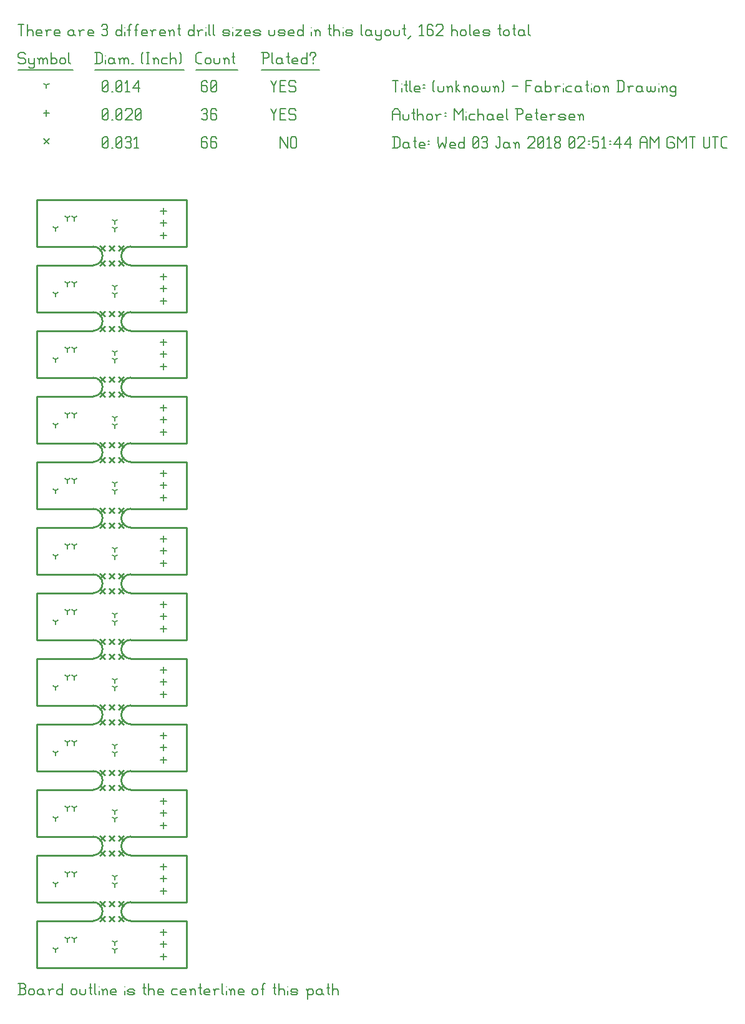
<source format=gbr>
G04 start of page 13 for group -3984 idx -3984 *
G04 Title: (unknown), fab *
G04 Creator: pcb 20140316 *
G04 CreationDate: Wed 03 Jan 2018 02:51:44 AM GMT UTC *
G04 For: railfan *
G04 Format: Gerber/RS-274X *
G04 PCB-Dimensions (mil): 1000.00 4200.00 *
G04 PCB-Coordinate-Origin: lower left *
%MOIN*%
%FSLAX25Y25*%
%LNFAB*%
%ADD48C,0.0100*%
%ADD47C,0.0075*%
%ADD46C,0.0060*%
%ADD45C,0.0001*%
G54D45*G36*
X48800Y390766D02*X51766Y387800D01*
X51200Y387234D01*
X48234Y390200D01*
X48800Y390766D01*
G37*
G36*
X48234Y387800D02*X51200Y390766D01*
X51766Y390200D01*
X48800Y387234D01*
X48234Y387800D01*
G37*
G36*
X43800Y390766D02*X46766Y387800D01*
X46200Y387234D01*
X43234Y390200D01*
X43800Y390766D01*
G37*
G36*
X43234Y387800D02*X46200Y390766D01*
X46766Y390200D01*
X43800Y387234D01*
X43234Y387800D01*
G37*
G36*
X53800Y390766D02*X56766Y387800D01*
X56200Y387234D01*
X53234Y390200D01*
X53800Y390766D01*
G37*
G36*
X53234Y387800D02*X56200Y390766D01*
X56766Y390200D01*
X53800Y387234D01*
X53234Y387800D01*
G37*
G36*
X48800Y382766D02*X51766Y379800D01*
X51200Y379234D01*
X48234Y382200D01*
X48800Y382766D01*
G37*
G36*
X48234Y379800D02*X51200Y382766D01*
X51766Y382200D01*
X48800Y379234D01*
X48234Y379800D01*
G37*
G36*
X43800Y382766D02*X46766Y379800D01*
X46200Y379234D01*
X43234Y382200D01*
X43800Y382766D01*
G37*
G36*
X43234Y379800D02*X46200Y382766D01*
X46766Y382200D01*
X43800Y379234D01*
X43234Y379800D01*
G37*
G36*
X53800Y382766D02*X56766Y379800D01*
X56200Y379234D01*
X53234Y382200D01*
X53800Y382766D01*
G37*
G36*
X53234Y379800D02*X56200Y382766D01*
X56766Y382200D01*
X53800Y379234D01*
X53234Y379800D01*
G37*
G36*
X48800Y355766D02*X51766Y352800D01*
X51200Y352234D01*
X48234Y355200D01*
X48800Y355766D01*
G37*
G36*
X48234Y352800D02*X51200Y355766D01*
X51766Y355200D01*
X48800Y352234D01*
X48234Y352800D01*
G37*
G36*
X43800Y355766D02*X46766Y352800D01*
X46200Y352234D01*
X43234Y355200D01*
X43800Y355766D01*
G37*
G36*
X43234Y352800D02*X46200Y355766D01*
X46766Y355200D01*
X43800Y352234D01*
X43234Y352800D01*
G37*
G36*
X53800Y355766D02*X56766Y352800D01*
X56200Y352234D01*
X53234Y355200D01*
X53800Y355766D01*
G37*
G36*
X53234Y352800D02*X56200Y355766D01*
X56766Y355200D01*
X53800Y352234D01*
X53234Y352800D01*
G37*
G36*
X48800Y347766D02*X51766Y344800D01*
X51200Y344234D01*
X48234Y347200D01*
X48800Y347766D01*
G37*
G36*
X48234Y344800D02*X51200Y347766D01*
X51766Y347200D01*
X48800Y344234D01*
X48234Y344800D01*
G37*
G36*
X43800Y347766D02*X46766Y344800D01*
X46200Y344234D01*
X43234Y347200D01*
X43800Y347766D01*
G37*
G36*
X43234Y344800D02*X46200Y347766D01*
X46766Y347200D01*
X43800Y344234D01*
X43234Y344800D01*
G37*
G36*
X53800Y347766D02*X56766Y344800D01*
X56200Y344234D01*
X53234Y347200D01*
X53800Y347766D01*
G37*
G36*
X53234Y344800D02*X56200Y347766D01*
X56766Y347200D01*
X53800Y344234D01*
X53234Y344800D01*
G37*
G36*
X48800Y320766D02*X51766Y317800D01*
X51200Y317234D01*
X48234Y320200D01*
X48800Y320766D01*
G37*
G36*
X48234Y317800D02*X51200Y320766D01*
X51766Y320200D01*
X48800Y317234D01*
X48234Y317800D01*
G37*
G36*
X43800Y320766D02*X46766Y317800D01*
X46200Y317234D01*
X43234Y320200D01*
X43800Y320766D01*
G37*
G36*
X43234Y317800D02*X46200Y320766D01*
X46766Y320200D01*
X43800Y317234D01*
X43234Y317800D01*
G37*
G36*
X53800Y320766D02*X56766Y317800D01*
X56200Y317234D01*
X53234Y320200D01*
X53800Y320766D01*
G37*
G36*
X53234Y317800D02*X56200Y320766D01*
X56766Y320200D01*
X53800Y317234D01*
X53234Y317800D01*
G37*
G36*
X48800Y312766D02*X51766Y309800D01*
X51200Y309234D01*
X48234Y312200D01*
X48800Y312766D01*
G37*
G36*
X48234Y309800D02*X51200Y312766D01*
X51766Y312200D01*
X48800Y309234D01*
X48234Y309800D01*
G37*
G36*
X43800Y312766D02*X46766Y309800D01*
X46200Y309234D01*
X43234Y312200D01*
X43800Y312766D01*
G37*
G36*
X43234Y309800D02*X46200Y312766D01*
X46766Y312200D01*
X43800Y309234D01*
X43234Y309800D01*
G37*
G36*
X53800Y312766D02*X56766Y309800D01*
X56200Y309234D01*
X53234Y312200D01*
X53800Y312766D01*
G37*
G36*
X53234Y309800D02*X56200Y312766D01*
X56766Y312200D01*
X53800Y309234D01*
X53234Y309800D01*
G37*
G36*
X48800Y285766D02*X51766Y282800D01*
X51200Y282234D01*
X48234Y285200D01*
X48800Y285766D01*
G37*
G36*
X48234Y282800D02*X51200Y285766D01*
X51766Y285200D01*
X48800Y282234D01*
X48234Y282800D01*
G37*
G36*
X43800Y285766D02*X46766Y282800D01*
X46200Y282234D01*
X43234Y285200D01*
X43800Y285766D01*
G37*
G36*
X43234Y282800D02*X46200Y285766D01*
X46766Y285200D01*
X43800Y282234D01*
X43234Y282800D01*
G37*
G36*
X53800Y285766D02*X56766Y282800D01*
X56200Y282234D01*
X53234Y285200D01*
X53800Y285766D01*
G37*
G36*
X53234Y282800D02*X56200Y285766D01*
X56766Y285200D01*
X53800Y282234D01*
X53234Y282800D01*
G37*
G36*
X48800Y277766D02*X51766Y274800D01*
X51200Y274234D01*
X48234Y277200D01*
X48800Y277766D01*
G37*
G36*
X48234Y274800D02*X51200Y277766D01*
X51766Y277200D01*
X48800Y274234D01*
X48234Y274800D01*
G37*
G36*
X43800Y277766D02*X46766Y274800D01*
X46200Y274234D01*
X43234Y277200D01*
X43800Y277766D01*
G37*
G36*
X43234Y274800D02*X46200Y277766D01*
X46766Y277200D01*
X43800Y274234D01*
X43234Y274800D01*
G37*
G36*
X53800Y277766D02*X56766Y274800D01*
X56200Y274234D01*
X53234Y277200D01*
X53800Y277766D01*
G37*
G36*
X53234Y274800D02*X56200Y277766D01*
X56766Y277200D01*
X53800Y274234D01*
X53234Y274800D01*
G37*
G36*
X48800Y250766D02*X51766Y247800D01*
X51200Y247234D01*
X48234Y250200D01*
X48800Y250766D01*
G37*
G36*
X48234Y247800D02*X51200Y250766D01*
X51766Y250200D01*
X48800Y247234D01*
X48234Y247800D01*
G37*
G36*
X43800Y250766D02*X46766Y247800D01*
X46200Y247234D01*
X43234Y250200D01*
X43800Y250766D01*
G37*
G36*
X43234Y247800D02*X46200Y250766D01*
X46766Y250200D01*
X43800Y247234D01*
X43234Y247800D01*
G37*
G36*
X53800Y250766D02*X56766Y247800D01*
X56200Y247234D01*
X53234Y250200D01*
X53800Y250766D01*
G37*
G36*
X53234Y247800D02*X56200Y250766D01*
X56766Y250200D01*
X53800Y247234D01*
X53234Y247800D01*
G37*
G36*
X48800Y242766D02*X51766Y239800D01*
X51200Y239234D01*
X48234Y242200D01*
X48800Y242766D01*
G37*
G36*
X48234Y239800D02*X51200Y242766D01*
X51766Y242200D01*
X48800Y239234D01*
X48234Y239800D01*
G37*
G36*
X43800Y242766D02*X46766Y239800D01*
X46200Y239234D01*
X43234Y242200D01*
X43800Y242766D01*
G37*
G36*
X43234Y239800D02*X46200Y242766D01*
X46766Y242200D01*
X43800Y239234D01*
X43234Y239800D01*
G37*
G36*
X53800Y242766D02*X56766Y239800D01*
X56200Y239234D01*
X53234Y242200D01*
X53800Y242766D01*
G37*
G36*
X53234Y239800D02*X56200Y242766D01*
X56766Y242200D01*
X53800Y239234D01*
X53234Y239800D01*
G37*
G36*
X48800Y215766D02*X51766Y212800D01*
X51200Y212234D01*
X48234Y215200D01*
X48800Y215766D01*
G37*
G36*
X48234Y212800D02*X51200Y215766D01*
X51766Y215200D01*
X48800Y212234D01*
X48234Y212800D01*
G37*
G36*
X43800Y215766D02*X46766Y212800D01*
X46200Y212234D01*
X43234Y215200D01*
X43800Y215766D01*
G37*
G36*
X43234Y212800D02*X46200Y215766D01*
X46766Y215200D01*
X43800Y212234D01*
X43234Y212800D01*
G37*
G36*
X53800Y215766D02*X56766Y212800D01*
X56200Y212234D01*
X53234Y215200D01*
X53800Y215766D01*
G37*
G36*
X53234Y212800D02*X56200Y215766D01*
X56766Y215200D01*
X53800Y212234D01*
X53234Y212800D01*
G37*
G36*
X48800Y207766D02*X51766Y204800D01*
X51200Y204234D01*
X48234Y207200D01*
X48800Y207766D01*
G37*
G36*
X48234Y204800D02*X51200Y207766D01*
X51766Y207200D01*
X48800Y204234D01*
X48234Y204800D01*
G37*
G36*
X43800Y207766D02*X46766Y204800D01*
X46200Y204234D01*
X43234Y207200D01*
X43800Y207766D01*
G37*
G36*
X43234Y204800D02*X46200Y207766D01*
X46766Y207200D01*
X43800Y204234D01*
X43234Y204800D01*
G37*
G36*
X53800Y207766D02*X56766Y204800D01*
X56200Y204234D01*
X53234Y207200D01*
X53800Y207766D01*
G37*
G36*
X53234Y204800D02*X56200Y207766D01*
X56766Y207200D01*
X53800Y204234D01*
X53234Y204800D01*
G37*
G36*
X48800Y180766D02*X51766Y177800D01*
X51200Y177234D01*
X48234Y180200D01*
X48800Y180766D01*
G37*
G36*
X48234Y177800D02*X51200Y180766D01*
X51766Y180200D01*
X48800Y177234D01*
X48234Y177800D01*
G37*
G36*
X43800Y180766D02*X46766Y177800D01*
X46200Y177234D01*
X43234Y180200D01*
X43800Y180766D01*
G37*
G36*
X43234Y177800D02*X46200Y180766D01*
X46766Y180200D01*
X43800Y177234D01*
X43234Y177800D01*
G37*
G36*
X53800Y180766D02*X56766Y177800D01*
X56200Y177234D01*
X53234Y180200D01*
X53800Y180766D01*
G37*
G36*
X53234Y177800D02*X56200Y180766D01*
X56766Y180200D01*
X53800Y177234D01*
X53234Y177800D01*
G37*
G36*
X48800Y172766D02*X51766Y169800D01*
X51200Y169234D01*
X48234Y172200D01*
X48800Y172766D01*
G37*
G36*
X48234Y169800D02*X51200Y172766D01*
X51766Y172200D01*
X48800Y169234D01*
X48234Y169800D01*
G37*
G36*
X43800Y172766D02*X46766Y169800D01*
X46200Y169234D01*
X43234Y172200D01*
X43800Y172766D01*
G37*
G36*
X43234Y169800D02*X46200Y172766D01*
X46766Y172200D01*
X43800Y169234D01*
X43234Y169800D01*
G37*
G36*
X53800Y172766D02*X56766Y169800D01*
X56200Y169234D01*
X53234Y172200D01*
X53800Y172766D01*
G37*
G36*
X53234Y169800D02*X56200Y172766D01*
X56766Y172200D01*
X53800Y169234D01*
X53234Y169800D01*
G37*
G36*
X48800Y145766D02*X51766Y142800D01*
X51200Y142234D01*
X48234Y145200D01*
X48800Y145766D01*
G37*
G36*
X48234Y142800D02*X51200Y145766D01*
X51766Y145200D01*
X48800Y142234D01*
X48234Y142800D01*
G37*
G36*
X43800Y145766D02*X46766Y142800D01*
X46200Y142234D01*
X43234Y145200D01*
X43800Y145766D01*
G37*
G36*
X43234Y142800D02*X46200Y145766D01*
X46766Y145200D01*
X43800Y142234D01*
X43234Y142800D01*
G37*
G36*
X53800Y145766D02*X56766Y142800D01*
X56200Y142234D01*
X53234Y145200D01*
X53800Y145766D01*
G37*
G36*
X53234Y142800D02*X56200Y145766D01*
X56766Y145200D01*
X53800Y142234D01*
X53234Y142800D01*
G37*
G36*
X48800Y137766D02*X51766Y134800D01*
X51200Y134234D01*
X48234Y137200D01*
X48800Y137766D01*
G37*
G36*
X48234Y134800D02*X51200Y137766D01*
X51766Y137200D01*
X48800Y134234D01*
X48234Y134800D01*
G37*
G36*
X43800Y137766D02*X46766Y134800D01*
X46200Y134234D01*
X43234Y137200D01*
X43800Y137766D01*
G37*
G36*
X43234Y134800D02*X46200Y137766D01*
X46766Y137200D01*
X43800Y134234D01*
X43234Y134800D01*
G37*
G36*
X53800Y137766D02*X56766Y134800D01*
X56200Y134234D01*
X53234Y137200D01*
X53800Y137766D01*
G37*
G36*
X53234Y134800D02*X56200Y137766D01*
X56766Y137200D01*
X53800Y134234D01*
X53234Y134800D01*
G37*
G36*
X48800Y110766D02*X51766Y107800D01*
X51200Y107234D01*
X48234Y110200D01*
X48800Y110766D01*
G37*
G36*
X48234Y107800D02*X51200Y110766D01*
X51766Y110200D01*
X48800Y107234D01*
X48234Y107800D01*
G37*
G36*
X43800Y110766D02*X46766Y107800D01*
X46200Y107234D01*
X43234Y110200D01*
X43800Y110766D01*
G37*
G36*
X43234Y107800D02*X46200Y110766D01*
X46766Y110200D01*
X43800Y107234D01*
X43234Y107800D01*
G37*
G36*
X53800Y110766D02*X56766Y107800D01*
X56200Y107234D01*
X53234Y110200D01*
X53800Y110766D01*
G37*
G36*
X53234Y107800D02*X56200Y110766D01*
X56766Y110200D01*
X53800Y107234D01*
X53234Y107800D01*
G37*
G36*
X48800Y102766D02*X51766Y99800D01*
X51200Y99234D01*
X48234Y102200D01*
X48800Y102766D01*
G37*
G36*
X48234Y99800D02*X51200Y102766D01*
X51766Y102200D01*
X48800Y99234D01*
X48234Y99800D01*
G37*
G36*
X43800Y102766D02*X46766Y99800D01*
X46200Y99234D01*
X43234Y102200D01*
X43800Y102766D01*
G37*
G36*
X43234Y99800D02*X46200Y102766D01*
X46766Y102200D01*
X43800Y99234D01*
X43234Y99800D01*
G37*
G36*
X53800Y102766D02*X56766Y99800D01*
X56200Y99234D01*
X53234Y102200D01*
X53800Y102766D01*
G37*
G36*
X53234Y99800D02*X56200Y102766D01*
X56766Y102200D01*
X53800Y99234D01*
X53234Y99800D01*
G37*
G36*
X48800Y75766D02*X51766Y72800D01*
X51200Y72234D01*
X48234Y75200D01*
X48800Y75766D01*
G37*
G36*
X48234Y72800D02*X51200Y75766D01*
X51766Y75200D01*
X48800Y72234D01*
X48234Y72800D01*
G37*
G36*
X43800Y75766D02*X46766Y72800D01*
X46200Y72234D01*
X43234Y75200D01*
X43800Y75766D01*
G37*
G36*
X43234Y72800D02*X46200Y75766D01*
X46766Y75200D01*
X43800Y72234D01*
X43234Y72800D01*
G37*
G36*
X53800Y75766D02*X56766Y72800D01*
X56200Y72234D01*
X53234Y75200D01*
X53800Y75766D01*
G37*
G36*
X53234Y72800D02*X56200Y75766D01*
X56766Y75200D01*
X53800Y72234D01*
X53234Y72800D01*
G37*
G36*
X48800Y67766D02*X51766Y64800D01*
X51200Y64234D01*
X48234Y67200D01*
X48800Y67766D01*
G37*
G36*
X48234Y64800D02*X51200Y67766D01*
X51766Y67200D01*
X48800Y64234D01*
X48234Y64800D01*
G37*
G36*
X43800Y67766D02*X46766Y64800D01*
X46200Y64234D01*
X43234Y67200D01*
X43800Y67766D01*
G37*
G36*
X43234Y64800D02*X46200Y67766D01*
X46766Y67200D01*
X43800Y64234D01*
X43234Y64800D01*
G37*
G36*
X53800Y67766D02*X56766Y64800D01*
X56200Y64234D01*
X53234Y67200D01*
X53800Y67766D01*
G37*
G36*
X53234Y64800D02*X56200Y67766D01*
X56766Y67200D01*
X53800Y64234D01*
X53234Y64800D01*
G37*
G36*
X48800Y40766D02*X51766Y37800D01*
X51200Y37234D01*
X48234Y40200D01*
X48800Y40766D01*
G37*
G36*
X48234Y37800D02*X51200Y40766D01*
X51766Y40200D01*
X48800Y37234D01*
X48234Y37800D01*
G37*
G36*
X43800Y40766D02*X46766Y37800D01*
X46200Y37234D01*
X43234Y40200D01*
X43800Y40766D01*
G37*
G36*
X43234Y37800D02*X46200Y40766D01*
X46766Y40200D01*
X43800Y37234D01*
X43234Y37800D01*
G37*
G36*
X53800Y40766D02*X56766Y37800D01*
X56200Y37234D01*
X53234Y40200D01*
X53800Y40766D01*
G37*
G36*
X53234Y37800D02*X56200Y40766D01*
X56766Y40200D01*
X53800Y37234D01*
X53234Y37800D01*
G37*
G36*
X48800Y32766D02*X51766Y29800D01*
X51200Y29234D01*
X48234Y32200D01*
X48800Y32766D01*
G37*
G36*
X48234Y29800D02*X51200Y32766D01*
X51766Y32200D01*
X48800Y29234D01*
X48234Y29800D01*
G37*
G36*
X43800Y32766D02*X46766Y29800D01*
X46200Y29234D01*
X43234Y32200D01*
X43800Y32766D01*
G37*
G36*
X43234Y29800D02*X46200Y32766D01*
X46766Y32200D01*
X43800Y29234D01*
X43234Y29800D01*
G37*
G36*
X53800Y32766D02*X56766Y29800D01*
X56200Y29234D01*
X53234Y32200D01*
X53800Y32766D01*
G37*
G36*
X53234Y29800D02*X56200Y32766D01*
X56766Y32200D01*
X53800Y29234D01*
X53234Y29800D01*
G37*
G36*
X13800Y448016D02*X16766Y445050D01*
X16200Y444484D01*
X13234Y447450D01*
X13800Y448016D01*
G37*
G36*
X13234Y445050D02*X16200Y448016D01*
X16766Y447450D01*
X13800Y444484D01*
X13234Y445050D01*
G37*
G54D46*X140000Y448500D02*Y442500D01*
Y448500D02*X143750Y442500D01*
Y448500D02*Y442500D01*
X145550Y447750D02*Y443250D01*
Y447750D02*X146300Y448500D01*
X147800D01*
X148550Y447750D01*
Y443250D01*
X147800Y442500D02*X148550Y443250D01*
X146300Y442500D02*X147800D01*
X145550Y443250D02*X146300Y442500D01*
X100250Y448500D02*X101000Y447750D01*
X98750Y448500D02*X100250D01*
X98000Y447750D02*X98750Y448500D01*
X98000Y447750D02*Y443250D01*
X98750Y442500D01*
X100250Y445800D02*X101000Y445050D01*
X98000Y445800D02*X100250D01*
X98750Y442500D02*X100250D01*
X101000Y443250D01*
Y445050D02*Y443250D01*
X105050Y448500D02*X105800Y447750D01*
X103550Y448500D02*X105050D01*
X102800Y447750D02*X103550Y448500D01*
X102800Y447750D02*Y443250D01*
X103550Y442500D01*
X105050Y445800D02*X105800Y445050D01*
X102800Y445800D02*X105050D01*
X103550Y442500D02*X105050D01*
X105800Y443250D01*
Y445050D02*Y443250D01*
X45000D02*X45750Y442500D01*
X45000Y447750D02*Y443250D01*
Y447750D02*X45750Y448500D01*
X47250D01*
X48000Y447750D01*
Y443250D01*
X47250Y442500D02*X48000Y443250D01*
X45750Y442500D02*X47250D01*
X45000Y444000D02*X48000Y447000D01*
X49800Y442500D02*X50550D01*
X52350Y443250D02*X53100Y442500D01*
X52350Y447750D02*Y443250D01*
Y447750D02*X53100Y448500D01*
X54600D01*
X55350Y447750D01*
Y443250D01*
X54600Y442500D02*X55350Y443250D01*
X53100Y442500D02*X54600D01*
X52350Y444000D02*X55350Y447000D01*
X57150Y447750D02*X57900Y448500D01*
X59400D01*
X60150Y447750D01*
X59400Y442500D02*X60150Y443250D01*
X57900Y442500D02*X59400D01*
X57150Y443250D02*X57900Y442500D01*
Y445800D02*X59400D01*
X60150Y447750D02*Y446550D01*
Y445050D02*Y443250D01*
Y445050D02*X59400Y445800D01*
X60150Y446550D02*X59400Y445800D01*
X61950Y447300D02*X63150Y448500D01*
Y442500D01*
X61950D02*X64200D01*
X77500Y410600D02*Y407400D01*
X75900Y409000D02*X79100D01*
X77500Y397600D02*Y394400D01*
X75900Y396000D02*X79100D01*
X77500Y404100D02*Y400900D01*
X75900Y402500D02*X79100D01*
X77500Y375600D02*Y372400D01*
X75900Y374000D02*X79100D01*
X77500Y362600D02*Y359400D01*
X75900Y361000D02*X79100D01*
X77500Y369100D02*Y365900D01*
X75900Y367500D02*X79100D01*
X77500Y340600D02*Y337400D01*
X75900Y339000D02*X79100D01*
X77500Y327600D02*Y324400D01*
X75900Y326000D02*X79100D01*
X77500Y334100D02*Y330900D01*
X75900Y332500D02*X79100D01*
X77500Y305600D02*Y302400D01*
X75900Y304000D02*X79100D01*
X77500Y292600D02*Y289400D01*
X75900Y291000D02*X79100D01*
X77500Y299100D02*Y295900D01*
X75900Y297500D02*X79100D01*
X77500Y270600D02*Y267400D01*
X75900Y269000D02*X79100D01*
X77500Y257600D02*Y254400D01*
X75900Y256000D02*X79100D01*
X77500Y264100D02*Y260900D01*
X75900Y262500D02*X79100D01*
X77500Y235600D02*Y232400D01*
X75900Y234000D02*X79100D01*
X77500Y222600D02*Y219400D01*
X75900Y221000D02*X79100D01*
X77500Y229100D02*Y225900D01*
X75900Y227500D02*X79100D01*
X77500Y200600D02*Y197400D01*
X75900Y199000D02*X79100D01*
X77500Y187600D02*Y184400D01*
X75900Y186000D02*X79100D01*
X77500Y194100D02*Y190900D01*
X75900Y192500D02*X79100D01*
X77500Y165600D02*Y162400D01*
X75900Y164000D02*X79100D01*
X77500Y152600D02*Y149400D01*
X75900Y151000D02*X79100D01*
X77500Y159100D02*Y155900D01*
X75900Y157500D02*X79100D01*
X77500Y130600D02*Y127400D01*
X75900Y129000D02*X79100D01*
X77500Y117600D02*Y114400D01*
X75900Y116000D02*X79100D01*
X77500Y124100D02*Y120900D01*
X75900Y122500D02*X79100D01*
X77500Y95600D02*Y92400D01*
X75900Y94000D02*X79100D01*
X77500Y82600D02*Y79400D01*
X75900Y81000D02*X79100D01*
X77500Y89100D02*Y85900D01*
X75900Y87500D02*X79100D01*
X77500Y60600D02*Y57400D01*
X75900Y59000D02*X79100D01*
X77500Y47600D02*Y44400D01*
X75900Y46000D02*X79100D01*
X77500Y54100D02*Y50900D01*
X75900Y52500D02*X79100D01*
X77500Y25600D02*Y22400D01*
X75900Y24000D02*X79100D01*
X77500Y12600D02*Y9400D01*
X75900Y11000D02*X79100D01*
X77500Y19100D02*Y15900D01*
X75900Y17500D02*X79100D01*
X15000Y462850D02*Y459650D01*
X13400Y461250D02*X16600D01*
X135000Y463500D02*X136500Y460500D01*
X138000Y463500D01*
X136500Y460500D02*Y457500D01*
X139800Y460800D02*X142050D01*
X139800Y457500D02*X142800D01*
X139800Y463500D02*Y457500D01*
Y463500D02*X142800D01*
X147600D02*X148350Y462750D01*
X145350Y463500D02*X147600D01*
X144600Y462750D02*X145350Y463500D01*
X144600Y462750D02*Y461250D01*
X145350Y460500D01*
X147600D01*
X148350Y459750D01*
Y458250D01*
X147600Y457500D02*X148350Y458250D01*
X145350Y457500D02*X147600D01*
X144600Y458250D02*X145350Y457500D01*
X98000Y462750D02*X98750Y463500D01*
X100250D01*
X101000Y462750D01*
X100250Y457500D02*X101000Y458250D01*
X98750Y457500D02*X100250D01*
X98000Y458250D02*X98750Y457500D01*
Y460800D02*X100250D01*
X101000Y462750D02*Y461550D01*
Y460050D02*Y458250D01*
Y460050D02*X100250Y460800D01*
X101000Y461550D02*X100250Y460800D01*
X105050Y463500D02*X105800Y462750D01*
X103550Y463500D02*X105050D01*
X102800Y462750D02*X103550Y463500D01*
X102800Y462750D02*Y458250D01*
X103550Y457500D01*
X105050Y460800D02*X105800Y460050D01*
X102800Y460800D02*X105050D01*
X103550Y457500D02*X105050D01*
X105800Y458250D01*
Y460050D02*Y458250D01*
X45000D02*X45750Y457500D01*
X45000Y462750D02*Y458250D01*
Y462750D02*X45750Y463500D01*
X47250D01*
X48000Y462750D01*
Y458250D01*
X47250Y457500D02*X48000Y458250D01*
X45750Y457500D02*X47250D01*
X45000Y459000D02*X48000Y462000D01*
X49800Y457500D02*X50550D01*
X52350Y458250D02*X53100Y457500D01*
X52350Y462750D02*Y458250D01*
Y462750D02*X53100Y463500D01*
X54600D01*
X55350Y462750D01*
Y458250D01*
X54600Y457500D02*X55350Y458250D01*
X53100Y457500D02*X54600D01*
X52350Y459000D02*X55350Y462000D01*
X57150Y462750D02*X57900Y463500D01*
X60150D01*
X60900Y462750D01*
Y461250D01*
X57150Y457500D02*X60900Y461250D01*
X57150Y457500D02*X60900D01*
X62700Y458250D02*X63450Y457500D01*
X62700Y462750D02*Y458250D01*
Y462750D02*X63450Y463500D01*
X64950D01*
X65700Y462750D01*
Y458250D01*
X64950Y457500D02*X65700Y458250D01*
X63450Y457500D02*X64950D01*
X62700Y459000D02*X65700Y462000D01*
X51500Y403500D02*Y401900D01*
Y403500D02*X52887Y404300D01*
X51500Y403500D02*X50113Y404300D01*
X51500Y399500D02*Y397900D01*
Y399500D02*X52887Y400300D01*
X51500Y399500D02*X50113Y400300D01*
X29900Y405300D02*Y403700D01*
Y405300D02*X31287Y406100D01*
X29900Y405300D02*X28513Y406100D01*
X19800Y399700D02*Y398100D01*
Y399700D02*X21187Y400500D01*
X19800Y399700D02*X18413Y400500D01*
X26200Y405300D02*Y403700D01*
Y405300D02*X27587Y406100D01*
X26200Y405300D02*X24813Y406100D01*
X51500Y368500D02*Y366900D01*
Y368500D02*X52887Y369300D01*
X51500Y368500D02*X50113Y369300D01*
X51500Y364500D02*Y362900D01*
Y364500D02*X52887Y365300D01*
X51500Y364500D02*X50113Y365300D01*
X29900Y370300D02*Y368700D01*
Y370300D02*X31287Y371100D01*
X29900Y370300D02*X28513Y371100D01*
X19800Y364700D02*Y363100D01*
Y364700D02*X21187Y365500D01*
X19800Y364700D02*X18413Y365500D01*
X26200Y370300D02*Y368700D01*
Y370300D02*X27587Y371100D01*
X26200Y370300D02*X24813Y371100D01*
X51500Y333500D02*Y331900D01*
Y333500D02*X52887Y334300D01*
X51500Y333500D02*X50113Y334300D01*
X51500Y329500D02*Y327900D01*
Y329500D02*X52887Y330300D01*
X51500Y329500D02*X50113Y330300D01*
X29900Y335300D02*Y333700D01*
Y335300D02*X31287Y336100D01*
X29900Y335300D02*X28513Y336100D01*
X19800Y329700D02*Y328100D01*
Y329700D02*X21187Y330500D01*
X19800Y329700D02*X18413Y330500D01*
X26200Y335300D02*Y333700D01*
Y335300D02*X27587Y336100D01*
X26200Y335300D02*X24813Y336100D01*
X51500Y298500D02*Y296900D01*
Y298500D02*X52887Y299300D01*
X51500Y298500D02*X50113Y299300D01*
X51500Y294500D02*Y292900D01*
Y294500D02*X52887Y295300D01*
X51500Y294500D02*X50113Y295300D01*
X29900Y300300D02*Y298700D01*
Y300300D02*X31287Y301100D01*
X29900Y300300D02*X28513Y301100D01*
X19800Y294700D02*Y293100D01*
Y294700D02*X21187Y295500D01*
X19800Y294700D02*X18413Y295500D01*
X26200Y300300D02*Y298700D01*
Y300300D02*X27587Y301100D01*
X26200Y300300D02*X24813Y301100D01*
X51500Y263500D02*Y261900D01*
Y263500D02*X52887Y264300D01*
X51500Y263500D02*X50113Y264300D01*
X51500Y259500D02*Y257900D01*
Y259500D02*X52887Y260300D01*
X51500Y259500D02*X50113Y260300D01*
X29900Y265300D02*Y263700D01*
Y265300D02*X31287Y266100D01*
X29900Y265300D02*X28513Y266100D01*
X19800Y259700D02*Y258100D01*
Y259700D02*X21187Y260500D01*
X19800Y259700D02*X18413Y260500D01*
X26200Y265300D02*Y263700D01*
Y265300D02*X27587Y266100D01*
X26200Y265300D02*X24813Y266100D01*
X51500Y228500D02*Y226900D01*
Y228500D02*X52887Y229300D01*
X51500Y228500D02*X50113Y229300D01*
X51500Y224500D02*Y222900D01*
Y224500D02*X52887Y225300D01*
X51500Y224500D02*X50113Y225300D01*
X29900Y230300D02*Y228700D01*
Y230300D02*X31287Y231100D01*
X29900Y230300D02*X28513Y231100D01*
X19800Y224700D02*Y223100D01*
Y224700D02*X21187Y225500D01*
X19800Y224700D02*X18413Y225500D01*
X26200Y230300D02*Y228700D01*
Y230300D02*X27587Y231100D01*
X26200Y230300D02*X24813Y231100D01*
X51500Y193500D02*Y191900D01*
Y193500D02*X52887Y194300D01*
X51500Y193500D02*X50113Y194300D01*
X51500Y189500D02*Y187900D01*
Y189500D02*X52887Y190300D01*
X51500Y189500D02*X50113Y190300D01*
X29900Y195300D02*Y193700D01*
Y195300D02*X31287Y196100D01*
X29900Y195300D02*X28513Y196100D01*
X19800Y189700D02*Y188100D01*
Y189700D02*X21187Y190500D01*
X19800Y189700D02*X18413Y190500D01*
X26200Y195300D02*Y193700D01*
Y195300D02*X27587Y196100D01*
X26200Y195300D02*X24813Y196100D01*
X51500Y158500D02*Y156900D01*
Y158500D02*X52887Y159300D01*
X51500Y158500D02*X50113Y159300D01*
X51500Y154500D02*Y152900D01*
Y154500D02*X52887Y155300D01*
X51500Y154500D02*X50113Y155300D01*
X29900Y160300D02*Y158700D01*
Y160300D02*X31287Y161100D01*
X29900Y160300D02*X28513Y161100D01*
X19800Y154700D02*Y153100D01*
Y154700D02*X21187Y155500D01*
X19800Y154700D02*X18413Y155500D01*
X26200Y160300D02*Y158700D01*
Y160300D02*X27587Y161100D01*
X26200Y160300D02*X24813Y161100D01*
X51500Y123500D02*Y121900D01*
Y123500D02*X52887Y124300D01*
X51500Y123500D02*X50113Y124300D01*
X51500Y119500D02*Y117900D01*
Y119500D02*X52887Y120300D01*
X51500Y119500D02*X50113Y120300D01*
X29900Y125300D02*Y123700D01*
Y125300D02*X31287Y126100D01*
X29900Y125300D02*X28513Y126100D01*
X19800Y119700D02*Y118100D01*
Y119700D02*X21187Y120500D01*
X19800Y119700D02*X18413Y120500D01*
X26200Y125300D02*Y123700D01*
Y125300D02*X27587Y126100D01*
X26200Y125300D02*X24813Y126100D01*
X51500Y88500D02*Y86900D01*
Y88500D02*X52887Y89300D01*
X51500Y88500D02*X50113Y89300D01*
X51500Y84500D02*Y82900D01*
Y84500D02*X52887Y85300D01*
X51500Y84500D02*X50113Y85300D01*
X29900Y90300D02*Y88700D01*
Y90300D02*X31287Y91100D01*
X29900Y90300D02*X28513Y91100D01*
X19800Y84700D02*Y83100D01*
Y84700D02*X21187Y85500D01*
X19800Y84700D02*X18413Y85500D01*
X26200Y90300D02*Y88700D01*
Y90300D02*X27587Y91100D01*
X26200Y90300D02*X24813Y91100D01*
X51500Y53500D02*Y51900D01*
Y53500D02*X52887Y54300D01*
X51500Y53500D02*X50113Y54300D01*
X51500Y49500D02*Y47900D01*
Y49500D02*X52887Y50300D01*
X51500Y49500D02*X50113Y50300D01*
X29900Y55300D02*Y53700D01*
Y55300D02*X31287Y56100D01*
X29900Y55300D02*X28513Y56100D01*
X19800Y49700D02*Y48100D01*
Y49700D02*X21187Y50500D01*
X19800Y49700D02*X18413Y50500D01*
X26200Y55300D02*Y53700D01*
Y55300D02*X27587Y56100D01*
X26200Y55300D02*X24813Y56100D01*
X51500Y18500D02*Y16900D01*
Y18500D02*X52887Y19300D01*
X51500Y18500D02*X50113Y19300D01*
X51500Y14500D02*Y12900D01*
Y14500D02*X52887Y15300D01*
X51500Y14500D02*X50113Y15300D01*
X29900Y20300D02*Y18700D01*
Y20300D02*X31287Y21100D01*
X29900Y20300D02*X28513Y21100D01*
X19800Y14700D02*Y13100D01*
Y14700D02*X21187Y15500D01*
X19800Y14700D02*X18413Y15500D01*
X26200Y20300D02*Y18700D01*
Y20300D02*X27587Y21100D01*
X26200Y20300D02*X24813Y21100D01*
X15000Y476250D02*Y474650D01*
Y476250D02*X16387Y477050D01*
X15000Y476250D02*X13613Y477050D01*
X135000Y478500D02*X136500Y475500D01*
X138000Y478500D01*
X136500Y475500D02*Y472500D01*
X139800Y475800D02*X142050D01*
X139800Y472500D02*X142800D01*
X139800Y478500D02*Y472500D01*
Y478500D02*X142800D01*
X147600D02*X148350Y477750D01*
X145350Y478500D02*X147600D01*
X144600Y477750D02*X145350Y478500D01*
X144600Y477750D02*Y476250D01*
X145350Y475500D01*
X147600D01*
X148350Y474750D01*
Y473250D01*
X147600Y472500D02*X148350Y473250D01*
X145350Y472500D02*X147600D01*
X144600Y473250D02*X145350Y472500D01*
X100250Y478500D02*X101000Y477750D01*
X98750Y478500D02*X100250D01*
X98000Y477750D02*X98750Y478500D01*
X98000Y477750D02*Y473250D01*
X98750Y472500D01*
X100250Y475800D02*X101000Y475050D01*
X98000Y475800D02*X100250D01*
X98750Y472500D02*X100250D01*
X101000Y473250D01*
Y475050D02*Y473250D01*
X102800D02*X103550Y472500D01*
X102800Y477750D02*Y473250D01*
Y477750D02*X103550Y478500D01*
X105050D01*
X105800Y477750D01*
Y473250D01*
X105050Y472500D02*X105800Y473250D01*
X103550Y472500D02*X105050D01*
X102800Y474000D02*X105800Y477000D01*
X45000Y473250D02*X45750Y472500D01*
X45000Y477750D02*Y473250D01*
Y477750D02*X45750Y478500D01*
X47250D01*
X48000Y477750D01*
Y473250D01*
X47250Y472500D02*X48000Y473250D01*
X45750Y472500D02*X47250D01*
X45000Y474000D02*X48000Y477000D01*
X49800Y472500D02*X50550D01*
X52350Y473250D02*X53100Y472500D01*
X52350Y477750D02*Y473250D01*
Y477750D02*X53100Y478500D01*
X54600D01*
X55350Y477750D01*
Y473250D01*
X54600Y472500D02*X55350Y473250D01*
X53100Y472500D02*X54600D01*
X52350Y474000D02*X55350Y477000D01*
X57150Y477300D02*X58350Y478500D01*
Y472500D01*
X57150D02*X59400D01*
X61200Y474750D02*X64200Y478500D01*
X61200Y474750D02*X64950D01*
X64200Y478500D02*Y472500D01*
X3000Y493500D02*X3750Y492750D01*
X750Y493500D02*X3000D01*
X0Y492750D02*X750Y493500D01*
X0Y492750D02*Y491250D01*
X750Y490500D01*
X3000D01*
X3750Y489750D01*
Y488250D01*
X3000Y487500D02*X3750Y488250D01*
X750Y487500D02*X3000D01*
X0Y488250D02*X750Y487500D01*
X5550Y490500D02*Y488250D01*
X6300Y487500D01*
X8550Y490500D02*Y486000D01*
X7800Y485250D02*X8550Y486000D01*
X6300Y485250D02*X7800D01*
X5550Y486000D02*X6300Y485250D01*
Y487500D02*X7800D01*
X8550Y488250D01*
X11100Y489750D02*Y487500D01*
Y489750D02*X11850Y490500D01*
X12600D01*
X13350Y489750D01*
Y487500D01*
Y489750D02*X14100Y490500D01*
X14850D01*
X15600Y489750D01*
Y487500D01*
X10350Y490500D02*X11100Y489750D01*
X17400Y493500D02*Y487500D01*
Y488250D02*X18150Y487500D01*
X19650D01*
X20400Y488250D01*
Y489750D02*Y488250D01*
X19650Y490500D02*X20400Y489750D01*
X18150Y490500D02*X19650D01*
X17400Y489750D02*X18150Y490500D01*
X22200Y489750D02*Y488250D01*
Y489750D02*X22950Y490500D01*
X24450D01*
X25200Y489750D01*
Y488250D01*
X24450Y487500D02*X25200Y488250D01*
X22950Y487500D02*X24450D01*
X22200Y488250D02*X22950Y487500D01*
X27000Y493500D02*Y488250D01*
X27750Y487500D01*
X0Y484250D02*X29250D01*
X41750Y493500D02*Y487500D01*
X43700Y493500D02*X44750Y492450D01*
Y488550D01*
X43700Y487500D02*X44750Y488550D01*
X41000Y487500D02*X43700D01*
X41000Y493500D02*X43700D01*
G54D47*X46550Y492000D02*Y491850D01*
G54D46*Y489750D02*Y487500D01*
X50300Y490500D02*X51050Y489750D01*
X48800Y490500D02*X50300D01*
X48050Y489750D02*X48800Y490500D01*
X48050Y489750D02*Y488250D01*
X48800Y487500D01*
X51050Y490500D02*Y488250D01*
X51800Y487500D01*
X48800D02*X50300D01*
X51050Y488250D01*
X54350Y489750D02*Y487500D01*
Y489750D02*X55100Y490500D01*
X55850D01*
X56600Y489750D01*
Y487500D01*
Y489750D02*X57350Y490500D01*
X58100D01*
X58850Y489750D01*
Y487500D01*
X53600Y490500D02*X54350Y489750D01*
X60650Y487500D02*X61400D01*
X65900Y488250D02*X66650Y487500D01*
X65900Y492750D02*X66650Y493500D01*
X65900Y492750D02*Y488250D01*
X68450Y493500D02*X69950D01*
X69200D02*Y487500D01*
X68450D02*X69950D01*
X72500Y489750D02*Y487500D01*
Y489750D02*X73250Y490500D01*
X74000D01*
X74750Y489750D01*
Y487500D01*
X71750Y490500D02*X72500Y489750D01*
X77300Y490500D02*X79550D01*
X76550Y489750D02*X77300Y490500D01*
X76550Y489750D02*Y488250D01*
X77300Y487500D01*
X79550D01*
X81350Y493500D02*Y487500D01*
Y489750D02*X82100Y490500D01*
X83600D01*
X84350Y489750D01*
Y487500D01*
X86150Y493500D02*X86900Y492750D01*
Y488250D01*
X86150Y487500D02*X86900Y488250D01*
X41000Y484250D02*X88700D01*
X96050Y487500D02*X98000D01*
X95000Y488550D02*X96050Y487500D01*
X95000Y492450D02*Y488550D01*
Y492450D02*X96050Y493500D01*
X98000D01*
X99800Y489750D02*Y488250D01*
Y489750D02*X100550Y490500D01*
X102050D01*
X102800Y489750D01*
Y488250D01*
X102050Y487500D02*X102800Y488250D01*
X100550Y487500D02*X102050D01*
X99800Y488250D02*X100550Y487500D01*
X104600Y490500D02*Y488250D01*
X105350Y487500D01*
X106850D01*
X107600Y488250D01*
Y490500D02*Y488250D01*
X110150Y489750D02*Y487500D01*
Y489750D02*X110900Y490500D01*
X111650D01*
X112400Y489750D01*
Y487500D01*
X109400Y490500D02*X110150Y489750D01*
X114950Y493500D02*Y488250D01*
X115700Y487500D01*
X114200Y491250D02*X115700D01*
X95000Y484250D02*X117200D01*
X130750Y493500D02*Y487500D01*
X130000Y493500D02*X133000D01*
X133750Y492750D01*
Y491250D01*
X133000Y490500D02*X133750Y491250D01*
X130750Y490500D02*X133000D01*
X135550Y493500D02*Y488250D01*
X136300Y487500D01*
X140050Y490500D02*X140800Y489750D01*
X138550Y490500D02*X140050D01*
X137800Y489750D02*X138550Y490500D01*
X137800Y489750D02*Y488250D01*
X138550Y487500D01*
X140800Y490500D02*Y488250D01*
X141550Y487500D01*
X138550D02*X140050D01*
X140800Y488250D01*
X144100Y493500D02*Y488250D01*
X144850Y487500D01*
X143350Y491250D02*X144850D01*
X147100Y487500D02*X149350D01*
X146350Y488250D02*X147100Y487500D01*
X146350Y489750D02*Y488250D01*
Y489750D02*X147100Y490500D01*
X148600D01*
X149350Y489750D01*
X146350Y489000D02*X149350D01*
Y489750D02*Y489000D01*
X154150Y493500D02*Y487500D01*
X153400D02*X154150Y488250D01*
X151900Y487500D02*X153400D01*
X151150Y488250D02*X151900Y487500D01*
X151150Y489750D02*Y488250D01*
Y489750D02*X151900Y490500D01*
X153400D01*
X154150Y489750D01*
X157450Y490500D02*Y489750D01*
Y488250D02*Y487500D01*
X155950Y492750D02*Y492000D01*
Y492750D02*X156700Y493500D01*
X158200D01*
X158950Y492750D01*
Y492000D01*
X157450Y490500D02*X158950Y492000D01*
X130000Y484250D02*X160750D01*
X0Y508500D02*X3000D01*
X1500D02*Y502500D01*
X4800Y508500D02*Y502500D01*
Y504750D02*X5550Y505500D01*
X7050D01*
X7800Y504750D01*
Y502500D01*
X10350D02*X12600D01*
X9600Y503250D02*X10350Y502500D01*
X9600Y504750D02*Y503250D01*
Y504750D02*X10350Y505500D01*
X11850D01*
X12600Y504750D01*
X9600Y504000D02*X12600D01*
Y504750D02*Y504000D01*
X15150Y504750D02*Y502500D01*
Y504750D02*X15900Y505500D01*
X17400D01*
X14400D02*X15150Y504750D01*
X19950Y502500D02*X22200D01*
X19200Y503250D02*X19950Y502500D01*
X19200Y504750D02*Y503250D01*
Y504750D02*X19950Y505500D01*
X21450D01*
X22200Y504750D01*
X19200Y504000D02*X22200D01*
Y504750D02*Y504000D01*
X28950Y505500D02*X29700Y504750D01*
X27450Y505500D02*X28950D01*
X26700Y504750D02*X27450Y505500D01*
X26700Y504750D02*Y503250D01*
X27450Y502500D01*
X29700Y505500D02*Y503250D01*
X30450Y502500D01*
X27450D02*X28950D01*
X29700Y503250D01*
X33000Y504750D02*Y502500D01*
Y504750D02*X33750Y505500D01*
X35250D01*
X32250D02*X33000Y504750D01*
X37800Y502500D02*X40050D01*
X37050Y503250D02*X37800Y502500D01*
X37050Y504750D02*Y503250D01*
Y504750D02*X37800Y505500D01*
X39300D01*
X40050Y504750D01*
X37050Y504000D02*X40050D01*
Y504750D02*Y504000D01*
X44550Y507750D02*X45300Y508500D01*
X46800D01*
X47550Y507750D01*
X46800Y502500D02*X47550Y503250D01*
X45300Y502500D02*X46800D01*
X44550Y503250D02*X45300Y502500D01*
Y505800D02*X46800D01*
X47550Y507750D02*Y506550D01*
Y505050D02*Y503250D01*
Y505050D02*X46800Y505800D01*
X47550Y506550D02*X46800Y505800D01*
X55050Y508500D02*Y502500D01*
X54300D02*X55050Y503250D01*
X52800Y502500D02*X54300D01*
X52050Y503250D02*X52800Y502500D01*
X52050Y504750D02*Y503250D01*
Y504750D02*X52800Y505500D01*
X54300D01*
X55050Y504750D01*
G54D47*X56850Y507000D02*Y506850D01*
G54D46*Y504750D02*Y502500D01*
X59100Y507750D02*Y502500D01*
Y507750D02*X59850Y508500D01*
X60600D01*
X58350Y505500D02*X59850D01*
X62850Y507750D02*Y502500D01*
Y507750D02*X63600Y508500D01*
X64350D01*
X62100Y505500D02*X63600D01*
X66600Y502500D02*X68850D01*
X65850Y503250D02*X66600Y502500D01*
X65850Y504750D02*Y503250D01*
Y504750D02*X66600Y505500D01*
X68100D01*
X68850Y504750D01*
X65850Y504000D02*X68850D01*
Y504750D02*Y504000D01*
X71400Y504750D02*Y502500D01*
Y504750D02*X72150Y505500D01*
X73650D01*
X70650D02*X71400Y504750D01*
X76200Y502500D02*X78450D01*
X75450Y503250D02*X76200Y502500D01*
X75450Y504750D02*Y503250D01*
Y504750D02*X76200Y505500D01*
X77700D01*
X78450Y504750D01*
X75450Y504000D02*X78450D01*
Y504750D02*Y504000D01*
X81000Y504750D02*Y502500D01*
Y504750D02*X81750Y505500D01*
X82500D01*
X83250Y504750D01*
Y502500D01*
X80250Y505500D02*X81000Y504750D01*
X85800Y508500D02*Y503250D01*
X86550Y502500D01*
X85050Y506250D02*X86550D01*
X93750Y508500D02*Y502500D01*
X93000D02*X93750Y503250D01*
X91500Y502500D02*X93000D01*
X90750Y503250D02*X91500Y502500D01*
X90750Y504750D02*Y503250D01*
Y504750D02*X91500Y505500D01*
X93000D01*
X93750Y504750D01*
X96300D02*Y502500D01*
Y504750D02*X97050Y505500D01*
X98550D01*
X95550D02*X96300Y504750D01*
G54D47*X100350Y507000D02*Y506850D01*
G54D46*Y504750D02*Y502500D01*
X101850Y508500D02*Y503250D01*
X102600Y502500D01*
X104100Y508500D02*Y503250D01*
X104850Y502500D01*
X109800D02*X112050D01*
X112800Y503250D01*
X112050Y504000D02*X112800Y503250D01*
X109800Y504000D02*X112050D01*
X109050Y504750D02*X109800Y504000D01*
X109050Y504750D02*X109800Y505500D01*
X112050D01*
X112800Y504750D01*
X109050Y503250D02*X109800Y502500D01*
G54D47*X114600Y507000D02*Y506850D01*
G54D46*Y504750D02*Y502500D01*
X116100Y505500D02*X119100D01*
X116100Y502500D02*X119100Y505500D01*
X116100Y502500D02*X119100D01*
X121650D02*X123900D01*
X120900Y503250D02*X121650Y502500D01*
X120900Y504750D02*Y503250D01*
Y504750D02*X121650Y505500D01*
X123150D01*
X123900Y504750D01*
X120900Y504000D02*X123900D01*
Y504750D02*Y504000D01*
X126450Y502500D02*X128700D01*
X129450Y503250D01*
X128700Y504000D02*X129450Y503250D01*
X126450Y504000D02*X128700D01*
X125700Y504750D02*X126450Y504000D01*
X125700Y504750D02*X126450Y505500D01*
X128700D01*
X129450Y504750D01*
X125700Y503250D02*X126450Y502500D01*
X133950Y505500D02*Y503250D01*
X134700Y502500D01*
X136200D01*
X136950Y503250D01*
Y505500D02*Y503250D01*
X139500Y502500D02*X141750D01*
X142500Y503250D01*
X141750Y504000D02*X142500Y503250D01*
X139500Y504000D02*X141750D01*
X138750Y504750D02*X139500Y504000D01*
X138750Y504750D02*X139500Y505500D01*
X141750D01*
X142500Y504750D01*
X138750Y503250D02*X139500Y502500D01*
X145050D02*X147300D01*
X144300Y503250D02*X145050Y502500D01*
X144300Y504750D02*Y503250D01*
Y504750D02*X145050Y505500D01*
X146550D01*
X147300Y504750D01*
X144300Y504000D02*X147300D01*
Y504750D02*Y504000D01*
X152100Y508500D02*Y502500D01*
X151350D02*X152100Y503250D01*
X149850Y502500D02*X151350D01*
X149100Y503250D02*X149850Y502500D01*
X149100Y504750D02*Y503250D01*
Y504750D02*X149850Y505500D01*
X151350D01*
X152100Y504750D01*
G54D47*X156600Y507000D02*Y506850D01*
G54D46*Y504750D02*Y502500D01*
X158850Y504750D02*Y502500D01*
Y504750D02*X159600Y505500D01*
X160350D01*
X161100Y504750D01*
Y502500D01*
X158100Y505500D02*X158850Y504750D01*
X166350Y508500D02*Y503250D01*
X167100Y502500D01*
X165600Y506250D02*X167100D01*
X168600Y508500D02*Y502500D01*
Y504750D02*X169350Y505500D01*
X170850D01*
X171600Y504750D01*
Y502500D01*
G54D47*X173400Y507000D02*Y506850D01*
G54D46*Y504750D02*Y502500D01*
X175650D02*X177900D01*
X178650Y503250D01*
X177900Y504000D02*X178650Y503250D01*
X175650Y504000D02*X177900D01*
X174900Y504750D02*X175650Y504000D01*
X174900Y504750D02*X175650Y505500D01*
X177900D01*
X178650Y504750D01*
X174900Y503250D02*X175650Y502500D01*
X183150Y508500D02*Y503250D01*
X183900Y502500D01*
X187650Y505500D02*X188400Y504750D01*
X186150Y505500D02*X187650D01*
X185400Y504750D02*X186150Y505500D01*
X185400Y504750D02*Y503250D01*
X186150Y502500D01*
X188400Y505500D02*Y503250D01*
X189150Y502500D01*
X186150D02*X187650D01*
X188400Y503250D01*
X190950Y505500D02*Y503250D01*
X191700Y502500D01*
X193950Y505500D02*Y501000D01*
X193200Y500250D02*X193950Y501000D01*
X191700Y500250D02*X193200D01*
X190950Y501000D02*X191700Y500250D01*
Y502500D02*X193200D01*
X193950Y503250D01*
X195750Y504750D02*Y503250D01*
Y504750D02*X196500Y505500D01*
X198000D01*
X198750Y504750D01*
Y503250D01*
X198000Y502500D02*X198750Y503250D01*
X196500Y502500D02*X198000D01*
X195750Y503250D02*X196500Y502500D01*
X200550Y505500D02*Y503250D01*
X201300Y502500D01*
X202800D01*
X203550Y503250D01*
Y505500D02*Y503250D01*
X206100Y508500D02*Y503250D01*
X206850Y502500D01*
X205350Y506250D02*X206850D01*
X208350Y501000D02*X209850Y502500D01*
X214350Y507300D02*X215550Y508500D01*
Y502500D01*
X214350D02*X216600D01*
X220650Y508500D02*X221400Y507750D01*
X219150Y508500D02*X220650D01*
X218400Y507750D02*X219150Y508500D01*
X218400Y507750D02*Y503250D01*
X219150Y502500D01*
X220650Y505800D02*X221400Y505050D01*
X218400Y505800D02*X220650D01*
X219150Y502500D02*X220650D01*
X221400Y503250D01*
Y505050D02*Y503250D01*
X223200Y507750D02*X223950Y508500D01*
X226200D01*
X226950Y507750D01*
Y506250D01*
X223200Y502500D02*X226950Y506250D01*
X223200Y502500D02*X226950D01*
X231450Y508500D02*Y502500D01*
Y504750D02*X232200Y505500D01*
X233700D01*
X234450Y504750D01*
Y502500D01*
X236250Y504750D02*Y503250D01*
Y504750D02*X237000Y505500D01*
X238500D01*
X239250Y504750D01*
Y503250D01*
X238500Y502500D02*X239250Y503250D01*
X237000Y502500D02*X238500D01*
X236250Y503250D02*X237000Y502500D01*
X241050Y508500D02*Y503250D01*
X241800Y502500D01*
X244050D02*X246300D01*
X243300Y503250D02*X244050Y502500D01*
X243300Y504750D02*Y503250D01*
Y504750D02*X244050Y505500D01*
X245550D01*
X246300Y504750D01*
X243300Y504000D02*X246300D01*
Y504750D02*Y504000D01*
X248850Y502500D02*X251100D01*
X251850Y503250D01*
X251100Y504000D02*X251850Y503250D01*
X248850Y504000D02*X251100D01*
X248100Y504750D02*X248850Y504000D01*
X248100Y504750D02*X248850Y505500D01*
X251100D01*
X251850Y504750D01*
X248100Y503250D02*X248850Y502500D01*
X257100Y508500D02*Y503250D01*
X257850Y502500D01*
X256350Y506250D02*X257850D01*
X259350Y504750D02*Y503250D01*
Y504750D02*X260100Y505500D01*
X261600D01*
X262350Y504750D01*
Y503250D01*
X261600Y502500D02*X262350Y503250D01*
X260100Y502500D02*X261600D01*
X259350Y503250D02*X260100Y502500D01*
X264900Y508500D02*Y503250D01*
X265650Y502500D01*
X264150Y506250D02*X265650D01*
X269400Y505500D02*X270150Y504750D01*
X267900Y505500D02*X269400D01*
X267150Y504750D02*X267900Y505500D01*
X267150Y504750D02*Y503250D01*
X267900Y502500D01*
X270150Y505500D02*Y503250D01*
X270900Y502500D01*
X267900D02*X269400D01*
X270150Y503250D01*
X272700Y508500D02*Y503250D01*
X273450Y502500D01*
G54D48*X90000Y390000D02*Y415000D01*
X10000D02*Y390000D01*
X90000Y355000D02*Y380000D01*
X10000D02*Y355000D01*
X90000Y415000D02*X10000D01*
X90000Y320000D02*Y345000D01*
X10000D02*Y320000D01*
X90000Y285000D02*Y310000D01*
X10000D02*Y285000D01*
X90000Y250000D02*Y275000D01*
X10000D02*Y250000D01*
X90000Y215000D02*Y240000D01*
X10000D02*Y215000D01*
X90000Y180000D02*Y205000D01*
X10000D02*Y180000D01*
X90000Y145000D02*Y170000D01*
X10000D02*Y145000D01*
X90000Y110000D02*Y135000D01*
X10000D02*Y110000D01*
X90000Y75000D02*Y100000D01*
X10000D02*Y75000D01*
X90000Y40000D02*Y65000D01*
X10000D02*Y40000D01*
X90000Y5000D02*Y30000D01*
X10000D02*Y5000D01*
X90000D01*
X10000Y390000D02*X40000D01*
X10000Y380000D02*X40000D01*
X60000Y390000D02*X90000D01*
X60000Y380000D02*X90000D01*
X10000Y355000D02*X40000D01*
X10000Y345000D02*X40000D01*
X60000Y355000D02*X90000D01*
X60000Y345000D02*X90000D01*
X10000Y320000D02*X40000D01*
X10000Y310000D02*X40000D01*
X60000Y320000D02*X90000D01*
X60000Y310000D02*X90000D01*
X10000Y285000D02*X40000D01*
X10000Y275000D02*X40000D01*
X60000Y285000D02*X90000D01*
X60000Y275000D02*X90000D01*
X10000Y250000D02*X40000D01*
X10000Y240000D02*X40000D01*
X60000Y250000D02*X90000D01*
X60000Y240000D02*X90000D01*
X10000Y215000D02*X40000D01*
X10000Y205000D02*X40000D01*
X60000Y215000D02*X90000D01*
X60000Y205000D02*X90000D01*
X10000Y180000D02*X40000D01*
X10000Y170000D02*X40000D01*
X60000Y180000D02*X90000D01*
X60000Y170000D02*X90000D01*
X10000Y145000D02*X40000D01*
X10000Y135000D02*X40000D01*
X60000Y145000D02*X90000D01*
X60000Y135000D02*X90000D01*
X10000Y110000D02*X40000D01*
X10000Y100000D02*X40000D01*
X60000Y110000D02*X90000D01*
X60000Y100000D02*X90000D01*
X10000Y75000D02*X40000D01*
X10000Y65000D02*X40000D01*
X60000Y75000D02*X90000D01*
X60000Y65000D02*X90000D01*
X10000Y40000D02*X40000D01*
X10000Y30000D02*X40000D01*
X60000Y40000D02*X90000D01*
X60000Y30000D02*X90000D01*
X45000Y385000D02*G75*G03X40000Y390000I-5000J0D01*G01*
X45000Y385000D02*G75*G02X40000Y380000I-5000J0D01*G01*
X55000Y385000D02*G75*G02X60000Y390000I5000J0D01*G01*
X55000Y385000D02*G75*G03X60000Y380000I5000J0D01*G01*
X45000Y350000D02*G75*G03X40000Y355000I-5000J0D01*G01*
X45000Y350000D02*G75*G02X40000Y345000I-5000J0D01*G01*
X55000Y350000D02*G75*G02X60000Y355000I5000J0D01*G01*
X55000Y350000D02*G75*G03X60000Y345000I5000J0D01*G01*
X45000Y315000D02*G75*G03X40000Y320000I-5000J0D01*G01*
X45000Y315000D02*G75*G02X40000Y310000I-5000J0D01*G01*
X55000Y315000D02*G75*G02X60000Y320000I5000J0D01*G01*
X55000Y315000D02*G75*G03X60000Y310000I5000J0D01*G01*
X45000Y280000D02*G75*G03X40000Y285000I-5000J0D01*G01*
X45000Y280000D02*G75*G02X40000Y275000I-5000J0D01*G01*
X55000Y280000D02*G75*G02X60000Y285000I5000J0D01*G01*
X55000Y280000D02*G75*G03X60000Y275000I5000J0D01*G01*
X45000Y245000D02*G75*G03X40000Y250000I-5000J0D01*G01*
X45000Y245000D02*G75*G02X40000Y240000I-5000J0D01*G01*
X55000Y245000D02*G75*G02X60000Y250000I5000J0D01*G01*
X55000Y245000D02*G75*G03X60000Y240000I5000J0D01*G01*
X45000Y210000D02*G75*G03X40000Y215000I-5000J0D01*G01*
X45000Y210000D02*G75*G02X40000Y205000I-5000J0D01*G01*
X55000Y210000D02*G75*G02X60000Y215000I5000J0D01*G01*
X55000Y210000D02*G75*G03X60000Y205000I5000J0D01*G01*
X45000Y175000D02*G75*G03X40000Y180000I-5000J0D01*G01*
X45000Y175000D02*G75*G02X40000Y170000I-5000J0D01*G01*
X55000Y175000D02*G75*G02X60000Y180000I5000J0D01*G01*
X55000Y175000D02*G75*G03X60000Y170000I5000J0D01*G01*
X45000Y140000D02*G75*G03X40000Y145000I-5000J0D01*G01*
X45000Y140000D02*G75*G02X40000Y135000I-5000J0D01*G01*
X55000Y140000D02*G75*G02X60000Y145000I5000J0D01*G01*
X55000Y140000D02*G75*G03X60000Y135000I5000J0D01*G01*
X45000Y105000D02*G75*G03X40000Y110000I-5000J0D01*G01*
X45000Y105000D02*G75*G02X40000Y100000I-5000J0D01*G01*
X55000Y105000D02*G75*G02X60000Y110000I5000J0D01*G01*
X55000Y105000D02*G75*G03X60000Y100000I5000J0D01*G01*
X45000Y70000D02*G75*G03X40000Y75000I-5000J0D01*G01*
X45000Y70000D02*G75*G02X40000Y65000I-5000J0D01*G01*
X55000Y70000D02*G75*G02X60000Y75000I5000J0D01*G01*
X55000Y70000D02*G75*G03X60000Y65000I5000J0D01*G01*
X45000Y35000D02*G75*G03X40000Y40000I-5000J0D01*G01*
X45000Y35000D02*G75*G02X40000Y30000I-5000J0D01*G01*
X55000Y35000D02*G75*G02X60000Y40000I5000J0D01*G01*
X55000Y35000D02*G75*G03X60000Y30000I5000J0D01*G01*
G54D46*X0Y-9500D02*X3000D01*
X3750Y-8750D01*
Y-6950D02*Y-8750D01*
X3000Y-6200D02*X3750Y-6950D01*
X750Y-6200D02*X3000D01*
X750Y-3500D02*Y-9500D01*
X0Y-3500D02*X3000D01*
X3750Y-4250D01*
Y-5450D01*
X3000Y-6200D02*X3750Y-5450D01*
X5550Y-7250D02*Y-8750D01*
Y-7250D02*X6300Y-6500D01*
X7800D01*
X8550Y-7250D01*
Y-8750D01*
X7800Y-9500D02*X8550Y-8750D01*
X6300Y-9500D02*X7800D01*
X5550Y-8750D02*X6300Y-9500D01*
X12600Y-6500D02*X13350Y-7250D01*
X11100Y-6500D02*X12600D01*
X10350Y-7250D02*X11100Y-6500D01*
X10350Y-7250D02*Y-8750D01*
X11100Y-9500D01*
X13350Y-6500D02*Y-8750D01*
X14100Y-9500D01*
X11100D02*X12600D01*
X13350Y-8750D01*
X16650Y-7250D02*Y-9500D01*
Y-7250D02*X17400Y-6500D01*
X18900D01*
X15900D02*X16650Y-7250D01*
X23700Y-3500D02*Y-9500D01*
X22950D02*X23700Y-8750D01*
X21450Y-9500D02*X22950D01*
X20700Y-8750D02*X21450Y-9500D01*
X20700Y-7250D02*Y-8750D01*
Y-7250D02*X21450Y-6500D01*
X22950D01*
X23700Y-7250D01*
X28200D02*Y-8750D01*
Y-7250D02*X28950Y-6500D01*
X30450D01*
X31200Y-7250D01*
Y-8750D01*
X30450Y-9500D02*X31200Y-8750D01*
X28950Y-9500D02*X30450D01*
X28200Y-8750D02*X28950Y-9500D01*
X33000Y-6500D02*Y-8750D01*
X33750Y-9500D01*
X35250D01*
X36000Y-8750D01*
Y-6500D02*Y-8750D01*
X38550Y-3500D02*Y-8750D01*
X39300Y-9500D01*
X37800Y-5750D02*X39300D01*
X40800Y-3500D02*Y-8750D01*
X41550Y-9500D01*
G54D47*X43050Y-5000D02*Y-5150D01*
G54D46*Y-7250D02*Y-9500D01*
X45300Y-7250D02*Y-9500D01*
Y-7250D02*X46050Y-6500D01*
X46800D01*
X47550Y-7250D01*
Y-9500D01*
X44550Y-6500D02*X45300Y-7250D01*
X50100Y-9500D02*X52350D01*
X49350Y-8750D02*X50100Y-9500D01*
X49350Y-7250D02*Y-8750D01*
Y-7250D02*X50100Y-6500D01*
X51600D01*
X52350Y-7250D01*
X49350Y-8000D02*X52350D01*
Y-7250D02*Y-8000D01*
G54D47*X56850Y-5000D02*Y-5150D01*
G54D46*Y-7250D02*Y-9500D01*
X59100D02*X61350D01*
X62100Y-8750D01*
X61350Y-8000D02*X62100Y-8750D01*
X59100Y-8000D02*X61350D01*
X58350Y-7250D02*X59100Y-8000D01*
X58350Y-7250D02*X59100Y-6500D01*
X61350D01*
X62100Y-7250D01*
X58350Y-8750D02*X59100Y-9500D01*
X67350Y-3500D02*Y-8750D01*
X68100Y-9500D01*
X66600Y-5750D02*X68100D01*
X69600Y-3500D02*Y-9500D01*
Y-7250D02*X70350Y-6500D01*
X71850D01*
X72600Y-7250D01*
Y-9500D01*
X75150D02*X77400D01*
X74400Y-8750D02*X75150Y-9500D01*
X74400Y-7250D02*Y-8750D01*
Y-7250D02*X75150Y-6500D01*
X76650D01*
X77400Y-7250D01*
X74400Y-8000D02*X77400D01*
Y-7250D02*Y-8000D01*
X82650Y-6500D02*X84900D01*
X81900Y-7250D02*X82650Y-6500D01*
X81900Y-7250D02*Y-8750D01*
X82650Y-9500D01*
X84900D01*
X87450D02*X89700D01*
X86700Y-8750D02*X87450Y-9500D01*
X86700Y-7250D02*Y-8750D01*
Y-7250D02*X87450Y-6500D01*
X88950D01*
X89700Y-7250D01*
X86700Y-8000D02*X89700D01*
Y-7250D02*Y-8000D01*
X92250Y-7250D02*Y-9500D01*
Y-7250D02*X93000Y-6500D01*
X93750D01*
X94500Y-7250D01*
Y-9500D01*
X91500Y-6500D02*X92250Y-7250D01*
X97050Y-3500D02*Y-8750D01*
X97800Y-9500D01*
X96300Y-5750D02*X97800D01*
X100050Y-9500D02*X102300D01*
X99300Y-8750D02*X100050Y-9500D01*
X99300Y-7250D02*Y-8750D01*
Y-7250D02*X100050Y-6500D01*
X101550D01*
X102300Y-7250D01*
X99300Y-8000D02*X102300D01*
Y-7250D02*Y-8000D01*
X104850Y-7250D02*Y-9500D01*
Y-7250D02*X105600Y-6500D01*
X107100D01*
X104100D02*X104850Y-7250D01*
X108900Y-3500D02*Y-8750D01*
X109650Y-9500D01*
G54D47*X111150Y-5000D02*Y-5150D01*
G54D46*Y-7250D02*Y-9500D01*
X113400Y-7250D02*Y-9500D01*
Y-7250D02*X114150Y-6500D01*
X114900D01*
X115650Y-7250D01*
Y-9500D01*
X112650Y-6500D02*X113400Y-7250D01*
X118200Y-9500D02*X120450D01*
X117450Y-8750D02*X118200Y-9500D01*
X117450Y-7250D02*Y-8750D01*
Y-7250D02*X118200Y-6500D01*
X119700D01*
X120450Y-7250D01*
X117450Y-8000D02*X120450D01*
Y-7250D02*Y-8000D01*
X124950Y-7250D02*Y-8750D01*
Y-7250D02*X125700Y-6500D01*
X127200D01*
X127950Y-7250D01*
Y-8750D01*
X127200Y-9500D02*X127950Y-8750D01*
X125700Y-9500D02*X127200D01*
X124950Y-8750D02*X125700Y-9500D01*
X130500Y-4250D02*Y-9500D01*
Y-4250D02*X131250Y-3500D01*
X132000D01*
X129750Y-6500D02*X131250D01*
X136950Y-3500D02*Y-8750D01*
X137700Y-9500D01*
X136200Y-5750D02*X137700D01*
X139200Y-3500D02*Y-9500D01*
Y-7250D02*X139950Y-6500D01*
X141450D01*
X142200Y-7250D01*
Y-9500D01*
G54D47*X144000Y-5000D02*Y-5150D01*
G54D46*Y-7250D02*Y-9500D01*
X146250D02*X148500D01*
X149250Y-8750D01*
X148500Y-8000D02*X149250Y-8750D01*
X146250Y-8000D02*X148500D01*
X145500Y-7250D02*X146250Y-8000D01*
X145500Y-7250D02*X146250Y-6500D01*
X148500D01*
X149250Y-7250D01*
X145500Y-8750D02*X146250Y-9500D01*
X154500Y-7250D02*Y-11750D01*
X153750Y-6500D02*X154500Y-7250D01*
X155250Y-6500D01*
X156750D01*
X157500Y-7250D01*
Y-8750D01*
X156750Y-9500D02*X157500Y-8750D01*
X155250Y-9500D02*X156750D01*
X154500Y-8750D02*X155250Y-9500D01*
X161550Y-6500D02*X162300Y-7250D01*
X160050Y-6500D02*X161550D01*
X159300Y-7250D02*X160050Y-6500D01*
X159300Y-7250D02*Y-8750D01*
X160050Y-9500D01*
X162300Y-6500D02*Y-8750D01*
X163050Y-9500D01*
X160050D02*X161550D01*
X162300Y-8750D01*
X165600Y-3500D02*Y-8750D01*
X166350Y-9500D01*
X164850Y-5750D02*X166350D01*
X167850Y-3500D02*Y-9500D01*
Y-7250D02*X168600Y-6500D01*
X170100D01*
X170850Y-7250D01*
Y-9500D01*
X200750Y448500D02*Y442500D01*
X202700Y448500D02*X203750Y447450D01*
Y443550D01*
X202700Y442500D02*X203750Y443550D01*
X200000Y442500D02*X202700D01*
X200000Y448500D02*X202700D01*
X207800Y445500D02*X208550Y444750D01*
X206300Y445500D02*X207800D01*
X205550Y444750D02*X206300Y445500D01*
X205550Y444750D02*Y443250D01*
X206300Y442500D01*
X208550Y445500D02*Y443250D01*
X209300Y442500D01*
X206300D02*X207800D01*
X208550Y443250D01*
X211850Y448500D02*Y443250D01*
X212600Y442500D01*
X211100Y446250D02*X212600D01*
X214850Y442500D02*X217100D01*
X214100Y443250D02*X214850Y442500D01*
X214100Y444750D02*Y443250D01*
Y444750D02*X214850Y445500D01*
X216350D01*
X217100Y444750D01*
X214100Y444000D02*X217100D01*
Y444750D02*Y444000D01*
X218900Y446250D02*X219650D01*
X218900Y444750D02*X219650D01*
X224150Y448500D02*Y445500D01*
X224900Y442500D01*
X226400Y445500D01*
X227900Y442500D01*
X228650Y445500D01*
Y448500D02*Y445500D01*
X231200Y442500D02*X233450D01*
X230450Y443250D02*X231200Y442500D01*
X230450Y444750D02*Y443250D01*
Y444750D02*X231200Y445500D01*
X232700D01*
X233450Y444750D01*
X230450Y444000D02*X233450D01*
Y444750D02*Y444000D01*
X238250Y448500D02*Y442500D01*
X237500D02*X238250Y443250D01*
X236000Y442500D02*X237500D01*
X235250Y443250D02*X236000Y442500D01*
X235250Y444750D02*Y443250D01*
Y444750D02*X236000Y445500D01*
X237500D01*
X238250Y444750D01*
X242750Y443250D02*X243500Y442500D01*
X242750Y447750D02*Y443250D01*
Y447750D02*X243500Y448500D01*
X245000D01*
X245750Y447750D01*
Y443250D01*
X245000Y442500D02*X245750Y443250D01*
X243500Y442500D02*X245000D01*
X242750Y444000D02*X245750Y447000D01*
X247550Y447750D02*X248300Y448500D01*
X249800D01*
X250550Y447750D01*
X249800Y442500D02*X250550Y443250D01*
X248300Y442500D02*X249800D01*
X247550Y443250D02*X248300Y442500D01*
Y445800D02*X249800D01*
X250550Y447750D02*Y446550D01*
Y445050D02*Y443250D01*
Y445050D02*X249800Y445800D01*
X250550Y446550D02*X249800Y445800D01*
X256100Y448500D02*X257300D01*
Y443250D01*
X256550Y442500D02*X257300Y443250D01*
X255800Y442500D02*X256550D01*
X255050Y443250D02*X255800Y442500D01*
X255050Y444000D02*Y443250D01*
X261350Y445500D02*X262100Y444750D01*
X259850Y445500D02*X261350D01*
X259100Y444750D02*X259850Y445500D01*
X259100Y444750D02*Y443250D01*
X259850Y442500D01*
X262100Y445500D02*Y443250D01*
X262850Y442500D01*
X259850D02*X261350D01*
X262100Y443250D01*
X265400Y444750D02*Y442500D01*
Y444750D02*X266150Y445500D01*
X266900D01*
X267650Y444750D01*
Y442500D01*
X264650Y445500D02*X265400Y444750D01*
X272150Y447750D02*X272900Y448500D01*
X275150D01*
X275900Y447750D01*
Y446250D01*
X272150Y442500D02*X275900Y446250D01*
X272150Y442500D02*X275900D01*
X277700Y443250D02*X278450Y442500D01*
X277700Y447750D02*Y443250D01*
Y447750D02*X278450Y448500D01*
X279950D01*
X280700Y447750D01*
Y443250D01*
X279950Y442500D02*X280700Y443250D01*
X278450Y442500D02*X279950D01*
X277700Y444000D02*X280700Y447000D01*
X282500Y447300D02*X283700Y448500D01*
Y442500D01*
X282500D02*X284750D01*
X286550Y443250D02*X287300Y442500D01*
X286550Y444450D02*Y443250D01*
Y444450D02*X287600Y445500D01*
X288500D01*
X289550Y444450D01*
Y443250D01*
X288800Y442500D02*X289550Y443250D01*
X287300Y442500D02*X288800D01*
X286550Y446550D02*X287600Y445500D01*
X286550Y447750D02*Y446550D01*
Y447750D02*X287300Y448500D01*
X288800D01*
X289550Y447750D01*
Y446550D01*
X288500Y445500D02*X289550Y446550D01*
X294050Y443250D02*X294800Y442500D01*
X294050Y447750D02*Y443250D01*
Y447750D02*X294800Y448500D01*
X296300D01*
X297050Y447750D01*
Y443250D01*
X296300Y442500D02*X297050Y443250D01*
X294800Y442500D02*X296300D01*
X294050Y444000D02*X297050Y447000D01*
X298850Y447750D02*X299600Y448500D01*
X301850D01*
X302600Y447750D01*
Y446250D01*
X298850Y442500D02*X302600Y446250D01*
X298850Y442500D02*X302600D01*
X304400Y446250D02*X305150D01*
X304400Y444750D02*X305150D01*
X306950Y448500D02*X309950D01*
X306950D02*Y445500D01*
X307700Y446250D01*
X309200D01*
X309950Y445500D01*
Y443250D01*
X309200Y442500D02*X309950Y443250D01*
X307700Y442500D02*X309200D01*
X306950Y443250D02*X307700Y442500D01*
X311750Y447300D02*X312950Y448500D01*
Y442500D01*
X311750D02*X314000D01*
X315800Y446250D02*X316550D01*
X315800Y444750D02*X316550D01*
X318350D02*X321350Y448500D01*
X318350Y444750D02*X322100D01*
X321350Y448500D02*Y442500D01*
X323900Y444750D02*X326900Y448500D01*
X323900Y444750D02*X327650D01*
X326900Y448500D02*Y442500D01*
X332150Y447000D02*Y442500D01*
Y447000D02*X333200Y448500D01*
X334850D01*
X335900Y447000D01*
Y442500D01*
X332150Y445500D02*X335900D01*
X337700Y448500D02*Y442500D01*
Y448500D02*X339950Y445500D01*
X342200Y448500D01*
Y442500D01*
X349700Y448500D02*X350450Y447750D01*
X347450Y448500D02*X349700D01*
X346700Y447750D02*X347450Y448500D01*
X346700Y447750D02*Y443250D01*
X347450Y442500D01*
X349700D01*
X350450Y443250D01*
Y444750D02*Y443250D01*
X349700Y445500D02*X350450Y444750D01*
X348200Y445500D02*X349700D01*
X352250Y448500D02*Y442500D01*
Y448500D02*X354500Y445500D01*
X356750Y448500D01*
Y442500D01*
X358550Y448500D02*X361550D01*
X360050D02*Y442500D01*
X366050Y448500D02*Y443250D01*
X366800Y442500D01*
X368300D01*
X369050Y443250D01*
Y448500D02*Y443250D01*
X370850Y448500D02*X373850D01*
X372350D02*Y442500D01*
X376700D02*X378650D01*
X375650Y443550D02*X376700Y442500D01*
X375650Y447450D02*Y443550D01*
Y447450D02*X376700Y448500D01*
X378650D01*
X200000Y462000D02*Y457500D01*
Y462000D02*X201050Y463500D01*
X202700D01*
X203750Y462000D01*
Y457500D01*
X200000Y460500D02*X203750D01*
X205550D02*Y458250D01*
X206300Y457500D01*
X207800D01*
X208550Y458250D01*
Y460500D02*Y458250D01*
X211100Y463500D02*Y458250D01*
X211850Y457500D01*
X210350Y461250D02*X211850D01*
X213350Y463500D02*Y457500D01*
Y459750D02*X214100Y460500D01*
X215600D01*
X216350Y459750D01*
Y457500D01*
X218150Y459750D02*Y458250D01*
Y459750D02*X218900Y460500D01*
X220400D01*
X221150Y459750D01*
Y458250D01*
X220400Y457500D02*X221150Y458250D01*
X218900Y457500D02*X220400D01*
X218150Y458250D02*X218900Y457500D01*
X223700Y459750D02*Y457500D01*
Y459750D02*X224450Y460500D01*
X225950D01*
X222950D02*X223700Y459750D01*
X227750Y461250D02*X228500D01*
X227750Y459750D02*X228500D01*
X233000Y463500D02*Y457500D01*
Y463500D02*X235250Y460500D01*
X237500Y463500D01*
Y457500D01*
G54D47*X239300Y462000D02*Y461850D01*
G54D46*Y459750D02*Y457500D01*
X241550Y460500D02*X243800D01*
X240800Y459750D02*X241550Y460500D01*
X240800Y459750D02*Y458250D01*
X241550Y457500D01*
X243800D01*
X245600Y463500D02*Y457500D01*
Y459750D02*X246350Y460500D01*
X247850D01*
X248600Y459750D01*
Y457500D01*
X252650Y460500D02*X253400Y459750D01*
X251150Y460500D02*X252650D01*
X250400Y459750D02*X251150Y460500D01*
X250400Y459750D02*Y458250D01*
X251150Y457500D01*
X253400Y460500D02*Y458250D01*
X254150Y457500D01*
X251150D02*X252650D01*
X253400Y458250D01*
X256700Y457500D02*X258950D01*
X255950Y458250D02*X256700Y457500D01*
X255950Y459750D02*Y458250D01*
Y459750D02*X256700Y460500D01*
X258200D01*
X258950Y459750D01*
X255950Y459000D02*X258950D01*
Y459750D02*Y459000D01*
X260750Y463500D02*Y458250D01*
X261500Y457500D01*
X266450Y463500D02*Y457500D01*
X265700Y463500D02*X268700D01*
X269450Y462750D01*
Y461250D01*
X268700Y460500D02*X269450Y461250D01*
X266450Y460500D02*X268700D01*
X272000Y457500D02*X274250D01*
X271250Y458250D02*X272000Y457500D01*
X271250Y459750D02*Y458250D01*
Y459750D02*X272000Y460500D01*
X273500D01*
X274250Y459750D01*
X271250Y459000D02*X274250D01*
Y459750D02*Y459000D01*
X276800Y463500D02*Y458250D01*
X277550Y457500D01*
X276050Y461250D02*X277550D01*
X279800Y457500D02*X282050D01*
X279050Y458250D02*X279800Y457500D01*
X279050Y459750D02*Y458250D01*
Y459750D02*X279800Y460500D01*
X281300D01*
X282050Y459750D01*
X279050Y459000D02*X282050D01*
Y459750D02*Y459000D01*
X284600Y459750D02*Y457500D01*
Y459750D02*X285350Y460500D01*
X286850D01*
X283850D02*X284600Y459750D01*
X289400Y457500D02*X291650D01*
X292400Y458250D01*
X291650Y459000D02*X292400Y458250D01*
X289400Y459000D02*X291650D01*
X288650Y459750D02*X289400Y459000D01*
X288650Y459750D02*X289400Y460500D01*
X291650D01*
X292400Y459750D01*
X288650Y458250D02*X289400Y457500D01*
X294950D02*X297200D01*
X294200Y458250D02*X294950Y457500D01*
X294200Y459750D02*Y458250D01*
Y459750D02*X294950Y460500D01*
X296450D01*
X297200Y459750D01*
X294200Y459000D02*X297200D01*
Y459750D02*Y459000D01*
X299750Y459750D02*Y457500D01*
Y459750D02*X300500Y460500D01*
X301250D01*
X302000Y459750D01*
Y457500D01*
X299000Y460500D02*X299750Y459750D01*
X200000Y478500D02*X203000D01*
X201500D02*Y472500D01*
G54D47*X204800Y477000D02*Y476850D01*
G54D46*Y474750D02*Y472500D01*
X207050Y478500D02*Y473250D01*
X207800Y472500D01*
X206300Y476250D02*X207800D01*
X209300Y478500D02*Y473250D01*
X210050Y472500D01*
X212300D02*X214550D01*
X211550Y473250D02*X212300Y472500D01*
X211550Y474750D02*Y473250D01*
Y474750D02*X212300Y475500D01*
X213800D01*
X214550Y474750D01*
X211550Y474000D02*X214550D01*
Y474750D02*Y474000D01*
X216350Y476250D02*X217100D01*
X216350Y474750D02*X217100D01*
X221600Y473250D02*X222350Y472500D01*
X221600Y477750D02*X222350Y478500D01*
X221600Y477750D02*Y473250D01*
X224150Y475500D02*Y473250D01*
X224900Y472500D01*
X226400D01*
X227150Y473250D01*
Y475500D02*Y473250D01*
X229700Y474750D02*Y472500D01*
Y474750D02*X230450Y475500D01*
X231200D01*
X231950Y474750D01*
Y472500D01*
X228950Y475500D02*X229700Y474750D01*
X233750Y478500D02*Y472500D01*
Y474750D02*X236000Y472500D01*
X233750Y474750D02*X235250Y476250D01*
X238550Y474750D02*Y472500D01*
Y474750D02*X239300Y475500D01*
X240050D01*
X240800Y474750D01*
Y472500D01*
X237800Y475500D02*X238550Y474750D01*
X242600D02*Y473250D01*
Y474750D02*X243350Y475500D01*
X244850D01*
X245600Y474750D01*
Y473250D01*
X244850Y472500D02*X245600Y473250D01*
X243350Y472500D02*X244850D01*
X242600Y473250D02*X243350Y472500D01*
X247400Y475500D02*Y473250D01*
X248150Y472500D01*
X248900D01*
X249650Y473250D01*
Y475500D02*Y473250D01*
X250400Y472500D01*
X251150D01*
X251900Y473250D01*
Y475500D02*Y473250D01*
X254450Y474750D02*Y472500D01*
Y474750D02*X255200Y475500D01*
X255950D01*
X256700Y474750D01*
Y472500D01*
X253700Y475500D02*X254450Y474750D01*
X258500Y478500D02*X259250Y477750D01*
Y473250D01*
X258500Y472500D02*X259250Y473250D01*
X263750Y475500D02*X266750D01*
X271250Y478500D02*Y472500D01*
Y478500D02*X274250D01*
X271250Y475800D02*X273500D01*
X278300Y475500D02*X279050Y474750D01*
X276800Y475500D02*X278300D01*
X276050Y474750D02*X276800Y475500D01*
X276050Y474750D02*Y473250D01*
X276800Y472500D01*
X279050Y475500D02*Y473250D01*
X279800Y472500D01*
X276800D02*X278300D01*
X279050Y473250D01*
X281600Y478500D02*Y472500D01*
Y473250D02*X282350Y472500D01*
X283850D01*
X284600Y473250D01*
Y474750D02*Y473250D01*
X283850Y475500D02*X284600Y474750D01*
X282350Y475500D02*X283850D01*
X281600Y474750D02*X282350Y475500D01*
X287150Y474750D02*Y472500D01*
Y474750D02*X287900Y475500D01*
X289400D01*
X286400D02*X287150Y474750D01*
G54D47*X291200Y477000D02*Y476850D01*
G54D46*Y474750D02*Y472500D01*
X293450Y475500D02*X295700D01*
X292700Y474750D02*X293450Y475500D01*
X292700Y474750D02*Y473250D01*
X293450Y472500D01*
X295700D01*
X299750Y475500D02*X300500Y474750D01*
X298250Y475500D02*X299750D01*
X297500Y474750D02*X298250Y475500D01*
X297500Y474750D02*Y473250D01*
X298250Y472500D01*
X300500Y475500D02*Y473250D01*
X301250Y472500D01*
X298250D02*X299750D01*
X300500Y473250D01*
X303800Y478500D02*Y473250D01*
X304550Y472500D01*
X303050Y476250D02*X304550D01*
G54D47*X306050Y477000D02*Y476850D01*
G54D46*Y474750D02*Y472500D01*
X307550Y474750D02*Y473250D01*
Y474750D02*X308300Y475500D01*
X309800D01*
X310550Y474750D01*
Y473250D01*
X309800Y472500D02*X310550Y473250D01*
X308300Y472500D02*X309800D01*
X307550Y473250D02*X308300Y472500D01*
X313100Y474750D02*Y472500D01*
Y474750D02*X313850Y475500D01*
X314600D01*
X315350Y474750D01*
Y472500D01*
X312350Y475500D02*X313100Y474750D01*
X320600Y478500D02*Y472500D01*
X322550Y478500D02*X323600Y477450D01*
Y473550D01*
X322550Y472500D02*X323600Y473550D01*
X319850Y472500D02*X322550D01*
X319850Y478500D02*X322550D01*
X326150Y474750D02*Y472500D01*
Y474750D02*X326900Y475500D01*
X328400D01*
X325400D02*X326150Y474750D01*
X332450Y475500D02*X333200Y474750D01*
X330950Y475500D02*X332450D01*
X330200Y474750D02*X330950Y475500D01*
X330200Y474750D02*Y473250D01*
X330950Y472500D01*
X333200Y475500D02*Y473250D01*
X333950Y472500D01*
X330950D02*X332450D01*
X333200Y473250D01*
X335750Y475500D02*Y473250D01*
X336500Y472500D01*
X337250D01*
X338000Y473250D01*
Y475500D02*Y473250D01*
X338750Y472500D01*
X339500D01*
X340250Y473250D01*
Y475500D02*Y473250D01*
G54D47*X342050Y477000D02*Y476850D01*
G54D46*Y474750D02*Y472500D01*
X344300Y474750D02*Y472500D01*
Y474750D02*X345050Y475500D01*
X345800D01*
X346550Y474750D01*
Y472500D01*
X343550Y475500D02*X344300Y474750D01*
X350600Y475500D02*X351350Y474750D01*
X349100Y475500D02*X350600D01*
X348350Y474750D02*X349100Y475500D01*
X348350Y474750D02*Y473250D01*
X349100Y472500D01*
X350600D01*
X351350Y473250D01*
X348350Y471000D02*X349100Y470250D01*
X350600D01*
X351350Y471000D01*
Y475500D02*Y471000D01*
M02*

</source>
